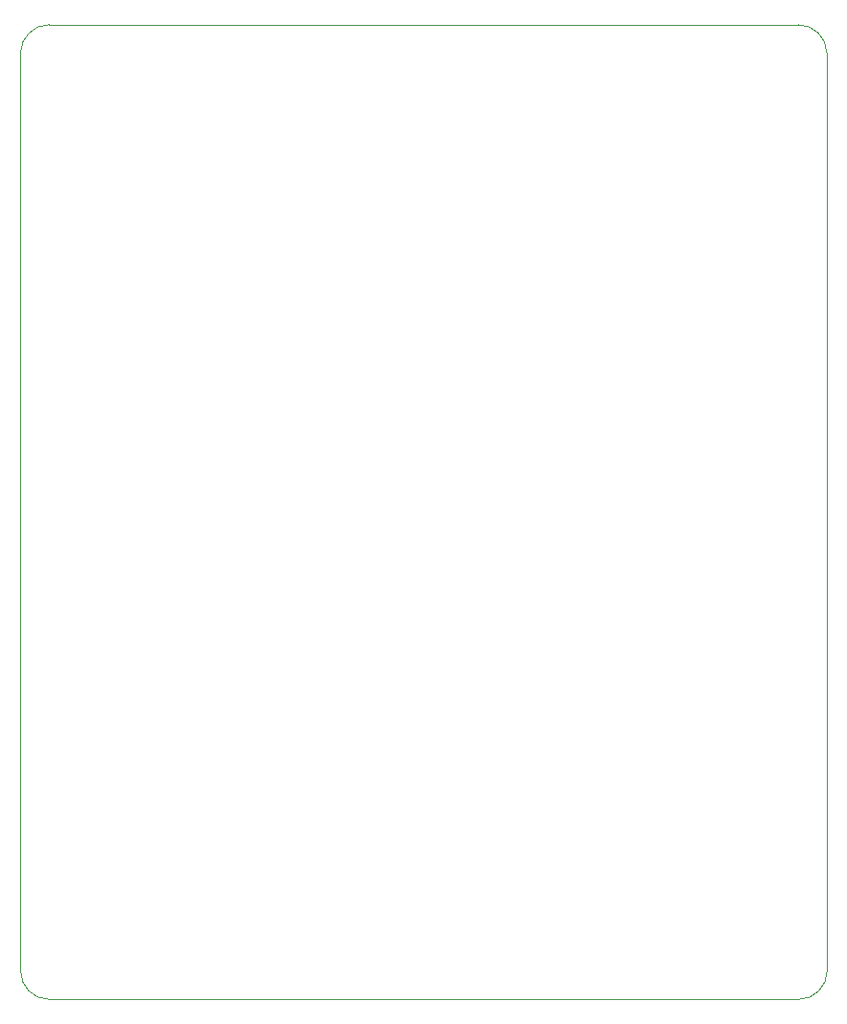
<source format=gbr>
%TF.GenerationSoftware,KiCad,Pcbnew,8.0.5*%
%TF.CreationDate,2025-01-09T16:38:30+01:00*%
%TF.ProjectId,rp2040_pad,72703230-3430-45f7-9061-642e6b696361,rev?*%
%TF.SameCoordinates,Original*%
%TF.FileFunction,Profile,NP*%
%FSLAX46Y46*%
G04 Gerber Fmt 4.6, Leading zero omitted, Abs format (unit mm)*
G04 Created by KiCad (PCBNEW 8.0.5) date 2025-01-09 16:38:30*
%MOMM*%
%LPD*%
G01*
G04 APERTURE LIST*
%TA.AperFunction,Profile*%
%ADD10C,0.050000*%
%TD*%
G04 APERTURE END LIST*
D10*
X90858326Y-32000000D02*
G75*
G02*
X93390559Y-29467767I2532233J0D01*
G01*
X159632233Y-115532233D02*
X93367767Y-115532233D01*
X162100000Y-31967767D02*
X162132233Y-113032233D01*
X93390559Y-29467767D02*
X159600000Y-29467767D01*
X162132233Y-113032233D02*
G75*
G02*
X159632233Y-115532233I-2500000J0D01*
G01*
X90867767Y-113032233D02*
X90858326Y-32000000D01*
X159600000Y-29467767D02*
G75*
G02*
X162100000Y-31967767I0J-2500000D01*
G01*
X93367767Y-115532233D02*
G75*
G02*
X90867767Y-113032233I0J2500000D01*
G01*
M02*

</source>
